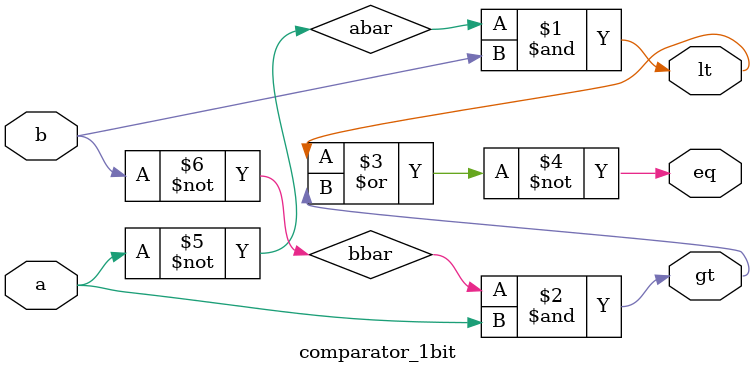
<source format=v>
`timescale 1ns / 1ps


module microp_32b(clk1,clk2,MEM_WB_IR);
input clk1,clk2;
output MEM_WB_IR;
reg[31:0] PC,IF_ID_IR,IF_ID_NPC;
reg[31:0] ID_EX_IR,ID_EX_NPC,ID_EX_A,ID_EX_B,ID_EX_Imm;
reg[2:0] ID_EX_type,EX_MEM_type,MEM_WB_type;
reg[31:0] EX_MEM_IR,EX_MEM_ALUOut,EX_MEM_B;
reg EX_MEM_cond;
reg[31:0] MEM_WB_IR,MEM_WB_ALUOut,MEM_WB_LMD;
reg[31:0] Reg[0:31];
reg[31:0] Mem[0:1023];
parameter ADD=6'b000000, SUB=6'b000001,NAND=6'b000010,NOR=6'b000011;
parameter SLT=6'b000100,SGT=6'b000101,SET = 6'b000110,HLT=6'b111111,LW=6'b001000,SW=6'b001001,ADDI=6'b001010,SUBI=6'b001011,SLTI=6'b001100,SETI=6'b001111,BNEQZ=6'b001101,BEQZ=6'b001110;
parameter RR_ALU=3'b000,RM_ALU=3'b001,LOAD=3'b010,STORE=3'b011,HALT=3'b101;
reg HALTED;

wire [31:0] EX_MEM_ALUOut1;
wire [31:0] EX_MEM_ALUOut_nand;
wire [31:0] EX_MEM_ALUOut_nor;
wire carry_neg;
wire [31:0] ID_EX_A1;
wire [31:0] ID_EX_B1;
wire  Cin;
reg  [31:0]EX_MEM_ALUOut_reg;
reg  [31:0]EX_MEM_ALUOut_nand_reg;
reg  [31:0]EX_MEM_ALUOut_nor_reg;
wire  gt,lt,eq;
reg   gt_reg,lt_reg,eq_reg;


assign Cin = ((ID_EX_IR[31:26] == SUB) || (ID_EX_IR[31:26]== SUBI))? 1'b1: 1'b0; 

assign ID_EX_B1= (ID_EX_type == RR_ALU)? ID_EX_B : ID_EX_Imm ;

assign ID_EX_A1= ID_EX_A;
// instantiation
carrylookahead_32b   carry1(EX_MEM_ALUOut1,carry_neg,ID_EX_A1,ID_EX_B1,Cin);
nand_32b             nand1(EX_MEM_ALUOut_nand,ID_EX_B1,ID_EX_A1);
nor_32b                nor1(EX_MEM_ALUOut_nor,ID_EX_B1,ID_EX_A1);
comparator_gt_32_bit   comp1(gt,lt,eq,ID_EX_A1,ID_EX_B1);
always@(EX_MEM_ALUOut1)

begin
EX_MEM_ALUOut_reg = EX_MEM_ALUOut1;
end

always@(EX_MEM_ALUOut_nand)                     //nand_operation

begin
EX_MEM_ALUOut_nand_reg = EX_MEM_ALUOut_nand;
end

always@(EX_MEM_ALUOut_nor)                     //nand_operation

begin
EX_MEM_ALUOut_nor_reg = EX_MEM_ALUOut_nor;
end

always@(gt or lt or eq)
begin
gt_reg = gt;
lt_reg = lt;
eq_reg = eq;
end

always @(posedge clk1)  //fetch
if(HALTED==0)
begin 
IF_ID_IR <=  Mem[PC];
IF_ID_NPC <=  PC+1;
PC <=  PC+1;
end
always @(posedge clk2)     ///decode
if(HALTED==0)
begin
if(IF_ID_IR[25:21] == 5'b00000) ID_EX_A <= 0;
else ID_EX_A <=  Reg[IF_ID_IR[25:21]];
if(IF_ID_IR[20:16] == 5'b00000) ID_EX_B <=0;
else ID_EX_B <=  Reg[IF_ID_IR[20:16]];
ID_EX_NPC <=  IF_ID_NPC;
ID_EX_IR <=  IF_ID_IR;
ID_EX_Imm <=  {{16{IF_ID_IR[15]}}, {IF_ID_IR[15:0]}};
case (IF_ID_IR[31:26])
ADD:ID_EX_type <=  RR_ALU;
SUB:ID_EX_type <=  RR_ALU;
NAND:ID_EX_type <= RR_ALU;
NOR:ID_EX_type <=  RR_ALU;
SLT:ID_EX_type <=  RR_ALU;
SGT:ID_EX_type <=  RR_ALU;
SET:ID_EX_type <=  RR_ALU;

ADDI:ID_EX_type <=  RM_ALU;
SUBI:ID_EX_type <=  RM_ALU;
SLTI: ID_EX_type <=  RM_ALU;
SETI: ID_EX_type <=  RM_ALU;
LW: ID_EX_type <=  LOAD;
SW: ID_EX_type <=  STORE;

HLT: ID_EX_type <=  HALT;
default: ID_EX_type <=  HALT;
endcase
end
always @(posedge clk1)   //execute
if(HALTED ==0)
begin
EX_MEM_type <=  ID_EX_type;
EX_MEM_IR <=  ID_EX_IR;

case (ID_EX_type)
RR_ALU: begin
case(ID_EX_IR[31:26])
ADD: EX_MEM_ALUOut <=  EX_MEM_ALUOut_reg;//ID_EX_A + ID_EX_B;
SUB: EX_MEM_ALUOut <=  EX_MEM_ALUOut_reg;//ID_EX_A - ID_EX_B;
NAND: EX_MEM_ALUOut <=  EX_MEM_ALUOut_nand_reg;//ID_EX_A & ID_EX_B;
NOR: EX_MEM_ALUOut  <=  EX_MEM_ALUOut_nor_reg;//ID_EX_A | ID_EX_B;
SLT: EX_MEM_ALUOut <=  lt_reg;//ID_EX_A < ID_EX_B;
SGT: EX_MEM_ALUOut <=  gt_reg;
SET: EX_MEM_ALUOut <=  eq_reg;

default: EX_MEM_ALUOut <= 32'hxxxxxxxx;
endcase 
end
RM_ALU: begin
case(ID_EX_IR[31:26])
ADDI: EX_MEM_ALUOut <= EX_MEM_ALUOut_reg; //ID_EX_A + ID_EX_Imm;
SUBI: EX_MEM_ALUOut <= EX_MEM_ALUOut_reg; //ID_EX_A - ID_EX_Imm;
SLTI: EX_MEM_ALUOut <=  gt_reg;
SETI: EX_MEM_ALUOut <=  eq_reg;
default: EX_MEM_ALUOut <=  32'hxxxxxxxx;
endcase
end
LOAD:
begin
EX_MEM_ALUOut <= EX_MEM_ALUOut_reg; //ID_EX_A + ID_EX_Imm;
EX_MEM_B <=  ID_EX_B;
end
STORE:
begin
EX_MEM_ALUOut <=  EX_MEM_ALUOut_reg; //ID_EX_A + ID_EX_Imm;
EX_MEM_B <=  ID_EX_B;
end

endcase 
end

always @(posedge clk2)  //memory
if(HALTED ==0)
begin
MEM_WB_type <=  EX_MEM_type;
MEM_WB_IR <=  EX_MEM_IR;
case(EX_MEM_type)
RR_ALU:MEM_WB_ALUOut <=  EX_MEM_ALUOut;
RM_ALU:MEM_WB_ALUOut <=  EX_MEM_ALUOut;
LOAD: MEM_WB_LMD <=  Mem[EX_MEM_ALUOut];
STORE: 
            begin
            Mem[EX_MEM_ALUOut] <=  EX_MEM_B;
            end

endcase
end
always @(posedge clk1)    
begin


case(MEM_WB_type)
RR_ALU: Reg[MEM_WB_IR[15:11]] <= MEM_WB_ALUOut;
RM_ALU: Reg[MEM_WB_IR[20:16]] <=  MEM_WB_ALUOut;
LOAD: Reg[MEM_WB_IR[20:16]] <=  MEM_WB_LMD;
HALT: HALTED <= 1'b1;

endcase
end
endmodule


module carrylookahead_32b(Sum,Cout, A , B_ ,Cin

    );
    input [31:0] A;
    input [31:0] B_;
    input  Cin;
    output [31:0] Sum;
    output Cout;
    wire  [31:0] B;
    wire [31:0] P;
    wire [31:0] G;
    wire [31:0] C;
    wire [31:0] X;
    assign Cout = C[31];
    
    genvar M;
    generate 
    for(M =0;M<32;M=M+1)
    begin //Add or Subtract
    xor xadd_sub(B[M],B_[M],Cin);
    end 
    endgenerate
    
    
    
    
    genvar i;
    generate 
    for (i=0;i<32;i=i+1)
    begin //prop_gen
    xor x1(P[i],A[i],B[i]);
    and a1(G[i],A[i],B[i]);
    end
    endgenerate
    
    
    and an1(X[0],P[0],Cin);
    or  o1(C[0],G[0],X[0]);
    
    
    genvar j;
    generate
    for(j=0;j<31;j=j+1)
    begin //genr_car
    and and1( X[j+1],P[j+1],C[j]);
    or  or1(C[j+1],G[j+1],X[j+1]);
    end 
    endgenerate
    
    xor sum0(Sum[0],P[0],Cin);
    
    genvar k;
    generate
    for(k=0;k<31;k=k+1)
    begin //gen_Sum
    xor x_sum(Sum[k+1],P[k+1],C[k]);
    end
    endgenerate
    
    
    
    
endmodule


module nand_32b(C,B,A );
input [31:0] A;
input [31:0] B;
output [31:0] C;

genvar i;
generate

for( i=0; i<=31; i=i+1)
begin //and_operation
nand a1(C[i] , B[i] , A[i]);
end
endgenerate
endmodule


module nor_32b(C,B,A );
input [31:0] A;
input [31:0] B;
output [31:0] C;

genvar i;
generate

for( i=0; i<=31; i=i+1)
begin //nor_operation
nor a1(C[i] , B[i] , A[i]);
end
endgenerate


endmodule


module comparator_gt_32_bit(gt,lt,eq,a,b );
input [31:0] a;
input [31:0] b;
output  lt,gt ,eq;
wire ltm,gtm,eqm;
wire ltl,gtl,eql;
wire tmp1;
comp_16b c1(gtm , ltm, eqm,a[31:16],b[31:16]);
comp_16b c2(gtl,ltl,eql,a[15:0],b[15:0]);

and a1(tmp1, eqm,gtl);
or  or1(gt, tmp1, gtm);

and a2(eq, eql,eqm);

nor n2(lt,eq , gt);


endmodule


module comp_16b(gt1,lt1,eq1,a1,b1);
input [15:0] a1,b1;
output lt1,gt1,eq1;

wire [3:0]eq;
wire [3:0]lt;
wire [3:0]gt;
comp_4b c3(a1[15:12],b1[15:12],gt[3],lt[3],eq[3]);
comp_4b c2(a1[11:8],b1[11:8],gt[2],lt[2],eq[2]);
comp_4b c1(a1[7:4],b1[7:4],gt[1],lt[1],eq[1]);
comp_4b c0(a1[3:0],b1[3:0],gt[0],lt[0],eq[0]);
wire a,b,c,d,e,f;


and and1(a,eq[1],gt[0]);
or  o1(b,a,gt[1]);
and a2(c,b,eq[2]);
or  o2(d,c,gt[2]);
and a3(e,d,eq[3]);
or  o3(gt1,gt[3],e);
and a4(eq1,eq[0],eq[1],eq[2],eq[3]);

nor n1(lt1,eq1,gt1);
endmodule


module comp_4b(A,B,GT,LT,EQ);
input [3:0] A,B;
output LT,GT,EQ;

wire [3:0]eq;
wire [3:0]lt;
wire [3:0]gt;
comparator_1bit c3(A[3],B[3],gt[3],lt[3],eq[3]);
comparator_1bit c2(A[2],B[2],gt[2],lt[2],eq[2]);
comparator_1bit c1(A[1],B[1],gt[1],lt[1],eq[1]);
comparator_1bit c0(A[0],B[0],gt[0],lt[0],eq[0]);
wire a,b,c,d,e,f;


and a1(a,eq[1],gt[0]);
or  o1(b,a,gt[1]);
and a2(c,b,eq[2]);
or  o2(d,c,gt[2]);
and a3(e,d,eq[3]);
or  o3(GT,gt[3],e);


and a4(EQ,eq[0],eq[1],eq[2],eq[3]);

nor n1(LT,EQ,GT);



endmodule

module comparator_1bit(a,b,gt ,lt,eq);

input a,b;
output lt,gt,eq;
wire abar,bbar;

not n1(abar,a);
//assign bbar = ~b;
not n2(bbar,b);
//assign lt = abar & b;

and a1(lt,abar,b);
//assign gt = bbar & a;
and a2(gt,bbar,a);
//assign eq = ~(lt|gt);
nor nor3(eq,lt,gt);
endmodule

</source>
